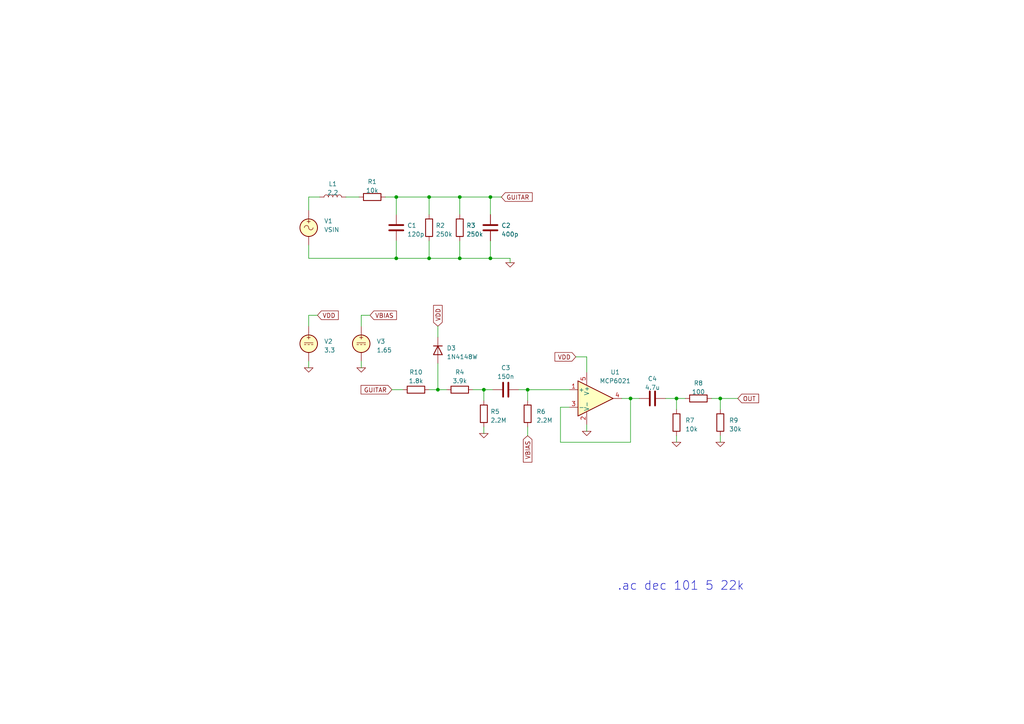
<source format=kicad_sch>
(kicad_sch (version 20230121) (generator eeschema)
  (paper "A4")
  (lib_symbols
    (symbol "Amplifier_Operational:MCP6001U" (pin_names (offset 0.127))
      (property "Reference" "U" (at 0 5.08 0))
      (property "Value" "MCP6001U" (at 0 -5.08 0))
      (symbol "MCP6001U_0_1"
        (polyline (pts (xy -5.08 5.08) (xy 5.08 0) (xy -5.08 -5.08) (xy -5.08 5.08)) (stroke (width 0.254)) (fill (type background)))
        (pin power_in line (at -2.54 -7.62 90) (length 3.81) (name "V-") (number "2"))
        (pin power_in line (at -2.54 7.62 270) (length 3.81) (name "V+") (number "5"))
      )
      (symbol "MCP6001U_1_1"
        (pin input line (at -7.62 2.54 0) (length 2.54) (name "+") (number "1"))
        (pin input line (at -7.62 -2.54 0) (length 2.54) (name "-") (number "3"))
        (pin output line (at 7.62 0 180) (length 2.54) (name "~") (number "4"))
      )
    )
    (symbol "Device:C" (pin_numbers hide) (pin_names (offset 0.254))
      (property "Reference" "C" (at 0.635 2.54 0))
      (property "Value" "C" (at 0.635 -2.54 0))
      (symbol "C_0_1"
        (polyline (pts (xy -2.032 -0.762) (xy 2.032 -0.762)) (stroke (width 0.508)))
        (polyline (pts (xy -2.032 0.762) (xy 2.032 0.762)) (stroke (width 0.508)))
      )
      (symbol "C_1_1"
        (pin passive line (at 0 3.81 270) (length 2.794) (name "~") (number "1"))
        (pin passive line (at 0 -3.81 90) (length 2.794) (name "~") (number "2"))
      )
    )
    (symbol "Device:D" (pin_numbers hide) (pin_names (offset 1.016) hide)
      (property "Reference" "D" (at 0 2.54 0))
      (property "Value" "D" (at 0 -2.54 0))
      (symbol "D_0_1"
        (polyline (pts (xy -1.27 1.27) (xy -1.27 -1.27)) (stroke (width 0.254)))
        (polyline (pts (xy 1.27 0) (xy -1.27 0)))
        (polyline (pts (xy 1.27 1.27) (xy 1.27 -1.27) (xy -1.27 0) (xy 1.27 1.27)) (stroke (width 0.254)))
      )
      (symbol "D_1_1"
        (pin passive line (at -3.81 0 0) (length 2.54) (name "K") (number "1"))
        (pin passive line (at 3.81 0 180) (length 2.54) (name "A") (number "2"))
      )
    )
    (symbol "Device:L" (pin_numbers hide) (pin_names (offset 1.016) hide)
      (property "Reference" "L" (at -1.27 0 90))
      (property "Value" "L" (at 1.905 0 90))
      (symbol "L_0_1"
        (arc (start 0 -2.54) (mid 0.6323 -1.905) (end 0 -1.27))
        (arc (start 0 -1.27) (mid 0.6323 -0.635) (end 0 0))
        (arc (start 0 0) (mid 0.6323 0.635) (end 0 1.27))
        (arc (start 0 1.27) (mid 0.6323 1.905) (end 0 2.54))
      )
      (symbol "L_1_1"
        (pin passive line (at 0 3.81 270) (length 1.27) (name "1") (number "1"))
        (pin passive line (at 0 -3.81 90) (length 1.27) (name "2") (number "2"))
      )
    )
    (symbol "Device:R" (pin_numbers hide) (pin_names (offset 0))
      (property "Reference" "R" (at 2.032 0 90))
      (property "Value" "R" (at 0 0 90))
      (symbol "R_0_1"
        (rectangle (start -1.016 -2.54) (end 1.016 2.54) (stroke (width 0.254)))
      )
      (symbol "R_1_1"
        (pin passive line (at 0 3.81 270) (length 1.27) (name "~") (number "1"))
        (pin passive line (at 0 -3.81 90) (length 1.27) (name "~") (number "2"))
      )
    )
    (symbol "Simulation_SPICE:0" (power) (pin_names (offset 0))
      (property "Value" "0" (at 0 -1.778 0))
      (symbol "0_0_1"
        (polyline (pts (xy -1.27 0) (xy 0 -1.27) (xy 1.27 0) (xy -1.27 0)))
      )
      (symbol "0_1_1"
        (pin power_in line (at 0 0 0) (length 0) hide (name "0") (number "1"))
      )
    )
    (symbol "Simulation_SPICE:VDC" (pin_numbers hide) (pin_names (offset 0.0254))
      (property "Reference" "V" (at 2.54 2.54 0))
      (property "Value" "1" (at 2.54 0 0))
      (symbol "VDC_0_0"
        (polyline (pts (xy -1.27 0.254) (xy 1.27 0.254)))
        (polyline (pts (xy -0.762 -0.254) (xy -1.27 -0.254)))
        (polyline (pts (xy 0.254 -0.254) (xy -0.254 -0.254)))
        (polyline (pts (xy 1.27 -0.254) (xy 0.762 -0.254)))
        (text "+" (at 0 1.905 0) (effects (font (size 1.27 1.27))))
      )
      (symbol "VDC_0_1"
        (circle (center 0 0) (radius 2.54) (stroke (width 0.254)) (fill (type background)))
      )
      (symbol "VDC_1_1"
        (pin passive line (at 0 5.08 270) (length 2.54) (name "~") (number "1"))
        (pin passive line (at 0 -5.08 90) (length 2.54) (name "~") (number "2"))
      )
    )
    (symbol "Simulation_SPICE:VSIN" (pin_numbers hide) (pin_names (offset 0.0254))
      (property "Reference" "V" (at 2.54 2.54 0))
      (property "Value" "VSIN" (at 2.54 0 0))
      (property "Sim.Params" "dc=0 ampl=1 f=1k ac=1" (at 2.54 -2.54 0))
      (symbol "VSIN_0_0"
        (arc (start 0 0) (mid -0.635 0.6323) (end -1.27 0))
        (arc (start 0 0) (mid 0.635 -0.6323) (end 1.27 0))
        (text "+" (at 0 1.905 0) (effects (font (size 1.27 1.27))))
      )
      (symbol "VSIN_0_1"
        (circle (center 0 0) (radius 2.54) (stroke (width 0.254)) (fill (type background)))
      )
      (symbol "VSIN_1_1"
        (pin passive line (at 0 5.08 270) (length 2.54) (name "~") (number "1"))
        (pin passive line (at 0 -5.08 90) (length 2.54) (name "~") (number "2"))
      )
    )
  )
  (junction (at 208.915 115.57))
  (junction (at 133.35 57.15))
  (junction (at 114.935 74.93))
  (junction (at 142.24 57.15))
  (junction (at 124.46 74.93))
  (junction (at 142.24 74.93))
  (junction (at 196.215 115.57))
  (junction (at 182.88 115.57))
  (junction (at 114.935 57.15))
  (junction (at 127 113.03))
  (junction (at 153.035 113.03))
  (junction (at 124.46 57.15))
  (junction (at 133.35 74.93))
  (junction (at 140.335 113.03))
  (wire (pts (xy 140.335 123.825) (xy 140.335 125.73)))
  (wire (pts (xy 147.955 74.93) (xy 142.24 74.93)))
  (wire (pts (xy 124.46 62.23) (xy 124.46 57.15)))
  (wire (pts (xy 89.535 91.44) (xy 92.075 91.44)))
  (wire (pts (xy 127 105.41) (xy 127 113.03)))
  (wire (pts (xy 142.24 69.85) (xy 142.24 74.93)))
  (wire (pts (xy 127 113.03) (xy 129.54 113.03)))
  (wire (pts (xy 193.04 115.57) (xy 196.215 115.57)))
  (wire (pts (xy 153.035 123.825) (xy 153.035 126.365)))
  (wire (pts (xy 208.915 115.57) (xy 208.915 118.745)))
  (wire (pts (xy 162.56 118.11) (xy 162.56 128.27)))
  (wire (pts (xy 206.375 115.57) (xy 208.915 115.57)))
  (wire (pts (xy 142.24 62.23) (xy 142.24 57.15)))
  (wire (pts (xy 114.935 74.93) (xy 114.935 69.85)))
  (wire (pts (xy 111.76 57.15) (xy 114.935 57.15)))
  (wire (pts (xy 140.335 113.03) (xy 142.875 113.03)))
  (wire (pts (xy 153.035 116.205) (xy 153.035 113.03)))
  (wire (pts (xy 89.535 57.15) (xy 92.71 57.15)))
  (wire (pts (xy 140.335 113.03) (xy 140.335 116.205)))
  (wire (pts (xy 133.35 57.15) (xy 142.24 57.15)))
  (wire (pts (xy 182.88 128.27) (xy 182.88 115.57)))
  (wire (pts (xy 165.1 118.11) (xy 162.56 118.11)))
  (wire (pts (xy 124.46 57.15) (xy 114.935 57.15)))
  (wire (pts (xy 153.035 113.03) (xy 165.1 113.03)))
  (wire (pts (xy 124.46 57.15) (xy 133.35 57.15)))
  (wire (pts (xy 124.46 74.93) (xy 133.35 74.93)))
  (wire (pts (xy 167.005 103.505) (xy 170.18 103.505)))
  (wire (pts (xy 89.535 60.96) (xy 89.535 57.15)))
  (wire (pts (xy 127 94.615) (xy 127 97.79)))
  (wire (pts (xy 104.775 104.775) (xy 104.775 106.68)))
  (wire (pts (xy 170.18 123.19) (xy 170.18 125.095)))
  (wire (pts (xy 170.18 103.505) (xy 170.18 107.95)))
  (wire (pts (xy 147.955 76.2) (xy 147.955 74.93)))
  (wire (pts (xy 196.215 126.365) (xy 196.215 128.27)))
  (wire (pts (xy 114.935 74.93) (xy 124.46 74.93)))
  (wire (pts (xy 89.535 71.12) (xy 89.535 74.93)))
  (wire (pts (xy 182.88 115.57) (xy 180.34 115.57)))
  (wire (pts (xy 142.24 57.15) (xy 145.415 57.15)))
  (wire (pts (xy 196.215 115.57) (xy 198.755 115.57)))
  (wire (pts (xy 133.35 62.23) (xy 133.35 57.15)))
  (wire (pts (xy 114.935 57.15) (xy 114.935 62.23)))
  (wire (pts (xy 113.665 113.03) (xy 116.84 113.03)))
  (wire (pts (xy 104.775 94.615) (xy 104.775 91.44)))
  (wire (pts (xy 208.915 115.57) (xy 213.995 115.57)))
  (wire (pts (xy 196.215 118.745) (xy 196.215 115.57)))
  (wire (pts (xy 124.46 69.85) (xy 124.46 74.93)))
  (wire (pts (xy 89.535 104.775) (xy 89.535 106.68)))
  (wire (pts (xy 124.46 113.03) (xy 127 113.03)))
  (wire (pts (xy 150.495 113.03) (xy 153.035 113.03)))
  (wire (pts (xy 208.915 126.365) (xy 208.915 128.27)))
  (wire (pts (xy 89.535 94.615) (xy 89.535 91.44)))
  (wire (pts (xy 162.56 128.27) (xy 182.88 128.27)))
  (wire (pts (xy 100.33 57.15) (xy 104.14 57.15)))
  (wire (pts (xy 89.535 74.93) (xy 114.935 74.93)))
  (wire (pts (xy 133.35 69.85) (xy 133.35 74.93)))
  (wire (pts (xy 104.775 91.44) (xy 107.315 91.44)))
  (wire (pts (xy 137.16 113.03) (xy 140.335 113.03)))
  (wire (pts (xy 182.88 115.57) (xy 185.42 115.57)))
  (wire (pts (xy 142.24 74.93) (xy 133.35 74.93)))
  (text_box ".ac dec 101 5 22k" (at 177.165 166.37 0) (size 41.275 5.715) (stroke (width -0.0001)) (effects (font (size 2.54 2.54)) (justify left top)))
  (global_label "GUITAR" (shape input) (at 113.665 113.03 180) (property "Intersheetrefs" "${INTERSHEET_REFS}" (effects hide)))
  (global_label "VDD" (shape input) (at 92.075 91.44 0) (property "Intersheetrefs" "${INTERSHEET_REFS}" (effects hide)))
  (global_label "VBIAS" (shape input) (at 153.035 126.365 270) (property "Intersheetrefs" "${INTERSHEET_REFS}" (effects hide)))
  (global_label "VDD" (shape input) (at 167.005 103.505 180) (property "Intersheetrefs" "${INTERSHEET_REFS}" (effects hide)))
  (global_label "VDD" (shape input) (at 127 94.615 90) (property "Intersheetrefs" "${INTERSHEET_REFS}" (effects hide)))
  (global_label "VBIAS" (shape input) (at 107.315 91.44 0) (property "Intersheetrefs" "${INTERSHEET_REFS}" (effects hide)))
  (global_label "OUT" (shape input) (at 213.995 115.57 0) (property "Intersheetrefs" "${INTERSHEET_REFS}" (effects hide)))
  (global_label "GUITAR" (shape input) (at 145.415 57.15 0) (property "Intersheetrefs" "${INTERSHEET_REFS}" (effects hide)))
  (symbol (lib_id "Device:R") (at 133.35 66.04 0) (unit 1)
    (property "Reference" "R3" (at 135.255 65.405 0) (effects (justify left)))
    (property "Value" "250k" (at 135.255 67.945 0) (effects (justify left)))
  )
  (symbol (lib_id "Device:R") (at 140.335 120.015 0) (unit 1)
    (property "Reference" "R5" (at 142.24 119.38 0) (effects (justify left)))
    (property "Value" "2.2M" (at 142.24 121.92 0) (effects (justify left)))
  )
  (symbol (lib_id "Device:R") (at 120.65 113.03 90) (unit 1)
    (property "Reference" "R10" (at 120.65 107.95 90))
    (property "Value" "1.8k" (at 120.65 110.49 90))
  )
  (symbol (lib_id "Simulation_SPICE:0") (at 140.335 125.73 0) (unit 1)
    (property "Reference" "#GND05" (effects hide))
    (property "Value" "0" (effects hide))
  )
  (symbol (lib_id "Device:C") (at 114.935 66.04 0) (unit 1)
    (property "Reference" "C1" (at 118.11 65.405 0) (effects (justify left)))
    (property "Value" "120p" (at 118.11 67.945 0) (effects (justify left)))
  )
  (symbol (lib_id "Simulation_SPICE:0") (at 104.775 106.68 0) (unit 1)
    (property "Reference" "#GND04" (effects hide))
    (property "Value" "0" (effects hide))
  )
  (symbol (lib_id "Device:R") (at 133.35 113.03 90) (unit 1)
    (property "Reference" "R4" (at 133.35 107.95 90))
    (property "Value" "3.9k" (at 133.35 110.49 90))
  )
  (symbol (lib_id "Device:C") (at 189.23 115.57 90) (unit 1)
    (property "Reference" "C4" (at 189.23 109.855 90))
    (property "Value" "4.7u" (at 189.23 112.395 90))
  )
  (symbol (lib_id "Device:R") (at 153.035 120.015 0) (unit 1)
    (property "Reference" "R6" (at 155.575 119.38 0) (effects (justify left)))
    (property "Value" "2.2M" (at 155.575 121.92 0) (effects (justify left)))
  )
  (symbol (lib_id "Simulation_SPICE:0") (at 208.915 128.27 0) (unit 1)
    (property "Reference" "#GND07" (effects hide))
    (property "Value" "0" (effects hide))
  )
  (symbol (lib_id "Device:D") (at 127 101.6 270) (unit 1)
    (property "Reference" "D3" (at 129.54 100.965 90) (effects (justify left)))
    (property "Value" "1N4148W" (at 129.54 103.505 90) (effects (justify left)))
    (property "Sim.Device" "D" (effects hide))
    (property "Sim.Pins" "1=K 2=A" (effects hide))
    (property "Sim.Library" "SPICEModels/1N4148W.lib" (effects hide))
    (property "Sim.Name" "1N4148W" (effects hide))
    (property "Sim.Params" "temp=28" (effects hide))
  )
  (symbol (lib_id "Device:L") (at 96.52 57.15 90) (unit 1)
    (property "Reference" "L1" (at 96.52 53.34 90))
    (property "Value" "2.2" (at 96.52 55.88 90))
  )
  (symbol (lib_id "Device:C") (at 142.24 66.04 0) (unit 1)
    (property "Reference" "C2" (at 145.415 65.405 0) (effects (justify left)))
    (property "Value" "400p" (at 145.415 67.945 0) (effects (justify left)))
  )
  (symbol (lib_id "Device:R") (at 196.215 122.555 0) (unit 1)
    (property "Reference" "R7" (at 198.755 121.92 0) (effects (justify left)))
    (property "Value" "10k" (at 198.755 124.46 0) (effects (justify left)))
  )
  (symbol (lib_id "Simulation_SPICE:VDC") (at 89.535 99.695 0) (unit 1)
    (property "Reference" "V2" (at 93.98 99.0242 0) (effects (justify left)))
    (property "Value" "3.3" (at 93.98 101.5642 0) (effects (justify left)))
    (property "Sim.Pins" "1=+ 2=-" (effects hide))
    (property "Sim.Type" "DC" (effects hide))
    (property "Sim.Device" "V" (effects hide))
  )
  (symbol (lib_id "Simulation_SPICE:VSIN") (at 89.535 66.04 0) (unit 1)
    (property "Reference" "V1" (at 93.98 64.0992 0) (effects (justify left)))
    (property "Value" "VSIN" (at 93.98 66.6392 0) (effects (justify left)))
    (property "Sim.Pins" "1=+ 2=-" (effects hide))
    (property "Sim.Params" "dc=0 ampl=1 f=1k ac=1" (effects hide))
    (property "Sim.Type" "SIN" (effects hide))
    (property "Sim.Device" "V" (effects hide))
  )
  (symbol (lib_id "Simulation_SPICE:0") (at 89.535 106.68 0) (unit 1)
    (property "Reference" "#GND03" (effects hide))
    (property "Value" "0" (effects hide))
  )
  (symbol (lib_id "Device:R") (at 202.565 115.57 90) (unit 1)
    (property "Reference" "R8" (at 202.565 111.125 90))
    (property "Value" "100" (at 202.565 113.665 90))
  )
  (symbol (lib_id "Simulation_SPICE:0") (at 196.215 128.27 0) (unit 1)
    (property "Reference" "#GND06" (effects hide))
    (property "Value" "0" (effects hide))
  )
  (symbol (lib_id "Device:R") (at 208.915 122.555 0) (unit 1)
    (property "Reference" "R9" (at 211.455 121.92 0) (effects (justify left)))
    (property "Value" "30k" (at 211.455 124.46 0) (effects (justify left)))
  )
  (symbol (lib_id "Device:R") (at 107.95 57.15 90) (unit 1)
    (property "Reference" "R1" (at 107.95 52.705 90))
    (property "Value" "10k" (at 107.95 55.245 90))
  )
  (symbol (lib_id "Amplifier_Operational:MCP6001U") (at 172.72 115.57 0) (unit 1)
    (property "Reference" "U1" (at 178.435 107.95 0))
    (property "Value" "MCP6021" (at 178.435 110.49 0))
    (property "Datasheet" "http://ww1.microchip.com/downloads/en/DeviceDoc/21733j.pdf" (effects hide))
    (property "Sim.Library" "SPICEModels/MCP6021.lib" (effects hide))
    (property "Sim.Name" "MCP6021" (effects hide))
    (property "Sim.Device" "SUBCKT" (effects hide))
    (property "Sim.Pins" "1=1 2=4 3=2 4=5 5=3" (effects hide))
  )
  (symbol (lib_id "Simulation_SPICE:0") (at 170.18 125.095 0) (unit 1)
    (property "Reference" "#GND08" (effects hide))
    (property "Value" "0" (effects hide))
  )
  (symbol (lib_id "Simulation_SPICE:VDC") (at 104.775 99.695 0) (unit 1)
    (property "Reference" "V3" (at 109.22 99.0242 0) (effects (justify left)))
    (property "Value" "1.65" (at 109.22 101.5642 0) (effects (justify left)))
    (property "Sim.Pins" "1=+ 2=-" (effects hide))
    (property "Sim.Type" "DC" (effects hide))
    (property "Sim.Device" "V" (effects hide))
  )
  (symbol (lib_id "Device:R") (at 124.46 66.04 0) (unit 1)
    (property "Reference" "R2" (at 126.365 65.405 0) (effects (justify left)))
    (property "Value" "250k" (at 126.365 67.945 0) (effects (justify left)))
  )
  (symbol (lib_id "Simulation_SPICE:0") (at 147.955 76.2 0) (unit 1)
    (property "Reference" "#GND02" (effects hide))
    (property "Value" "0" (effects hide))
  )
  (symbol (lib_id "Device:C") (at 146.685 113.03 90) (unit 1)
    (property "Reference" "C3" (at 146.685 106.68 90))
    (property "Value" "150n" (at 146.685 109.22 90))
  )
)
</source>
